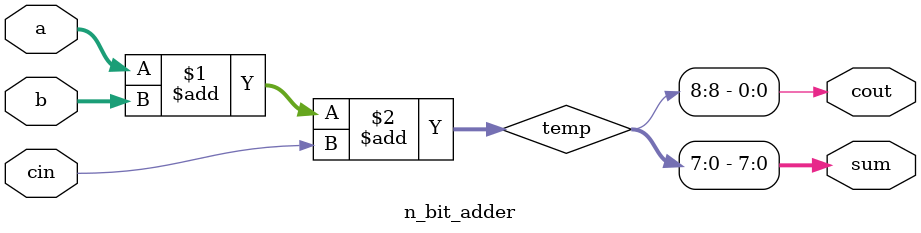
<source format=v>

`timescale 1ns/1ps
module n_bit_adder #(
    parameter N = 8   // default bit width
)(
    input wire [N-1:0] a,
    input wire [N-1:0] b,
    input wire cin,
    output wire [N-1:0] sum,
    output wire cout
);

wire [N:0] temp;
assign temp = a + b + cin;

assign sum = temp[N-1:0];
assign cout = temp[N];

endmodule
</source>
